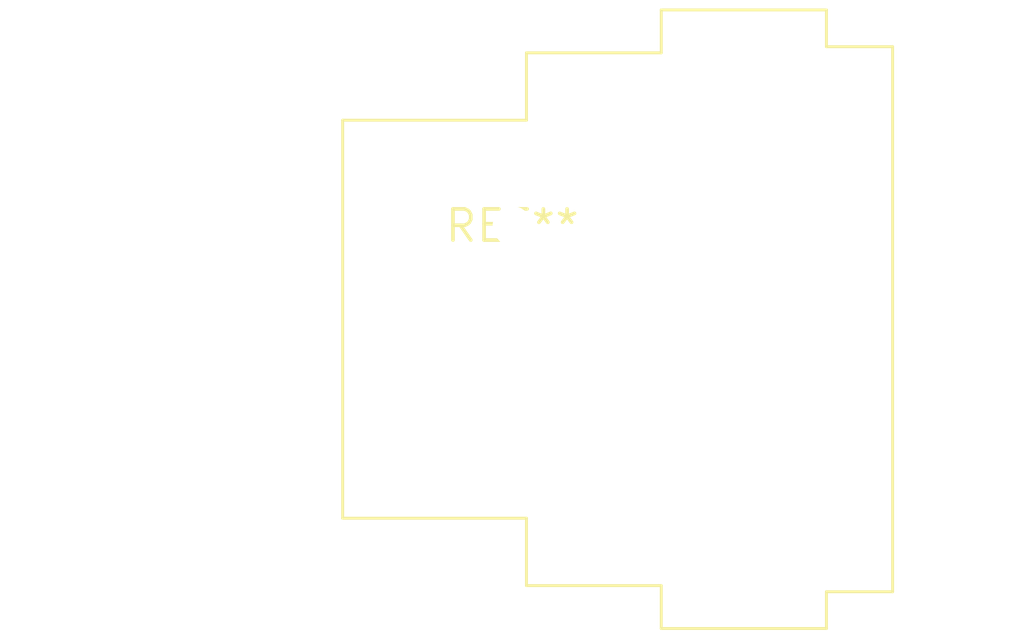
<source format=kicad_pcb>
(kicad_pcb (version 20240108) (generator pcbnew)
  (layers (0 "F.Cu" signal) (31 "B.Cu" signal) (34 "B.Paste" user) (35 "F.Paste" user) (36 "B.SilkS" user "B.Silkscreen") (37 "F.SilkS" user "F.Silkscreen") (38 "B.Mask" user) (39 "F.Mask" user) (44 "Edge.Cuts" user))
  (net 0 "")
  (footprint "Jack_XLR_Neutrik_NC3FAAH1-DA_Horizontal" (layer "F.Cu") (at 0 0)
    (property "Reference" "REF**")
    (property "Value" "Jack_XLR_Neutrik_NC3FAAH1-DA_Horizontal")
    (fp_line (start -6.92 -4.31) (end -6.92 11.93) (layer "F.SilkS") (stroke (width 0.12)))
    (fp_line (start 0.58 -7.06) (end 0.58 -4.31) (layer "F.SilkS") (stroke (width 0.12)))
    (fp_line (start 0.58 -4.31) (end -6.92 -4.31) (layer "F.SilkS") (stroke (width 0.12)))
    (fp_line (start 0.58 11.93) (end -6.92 11.93) (layer "F.SilkS") (stroke (width 0.12)))
    (fp_line (start 0.58 11.93) (end 0.58 14.68) (layer "F.SilkS") (stroke (width 0.12)))
    (fp_line (start 6.08 -7.06) (end 0.58 -7.06) (layer "F.SilkS") (stroke (width 0.12)))
    (fp_line (start 6.08 -7.06) (end 6.08 -8.81) (layer "F.SilkS") (stroke (width 0.12)))
    (fp_line (start 6.08 14.68) (end 0.58 14.68) (layer "F.SilkS") (stroke (width 0.12)))
    (fp_line (start 6.08 16.43) (end 6.08 14.68) (layer "F.SilkS") (stroke (width 0.12)))
    (fp_line (start 12.82 -8.81) (end 6.08 -8.81) (layer "F.SilkS") (stroke (width 0.12)))
    (fp_line (start 12.82 -8.81) (end 12.82 -7.31) (layer "F.SilkS") (stroke (width 0.12)))
    (fp_line (start 12.82 -7.31) (end 15.52 -7.31) (layer "F.SilkS") (stroke (width 0.12)))
    (fp_line (start 12.82 14.93) (end 12.82 16.43) (layer "F.SilkS") (stroke (width 0.12)))
    (fp_line (start 12.82 14.93) (end 15.52 14.93) (layer "F.SilkS") (stroke (width 0.12)))
    (fp_line (start 12.82 16.43) (end 6.08 16.43) (layer "F.SilkS") (stroke (width 0.12)))
    (fp_line (start 15.52 -7.31) (end 15.52 14.93) (layer "F.SilkS") (stroke (width 0.12)))
    (pad "" np_thru_hole circle (at 3.81 7.62) (size 1.6 1.6) (drill 1.6) (layers *.Cu *.Mask))
    (pad "" np_thru_hole circle (at 8.89 0) (size 1.6 1.6) (drill 1.6) (layers *.Cu *.Mask))
    (pad "1" thru_hole circle (at 0 0) (size 3.4 3.4) (drill 1.6) (layers *.Cu *.Mask) (remove_unused_layers))
    (pad "2" thru_hole circle (at -0.635 7.62) (size 3.4 3.4) (drill 1.6) (layers *.Cu *.Mask) (remove_unused_layers))
    (pad "3" thru_hole circle (at -4.45 3.81) (size 2.9 2.9) (drill 1.2) (layers *.Cu *.Mask) (remove_unused_layers))
  )
)
</source>
